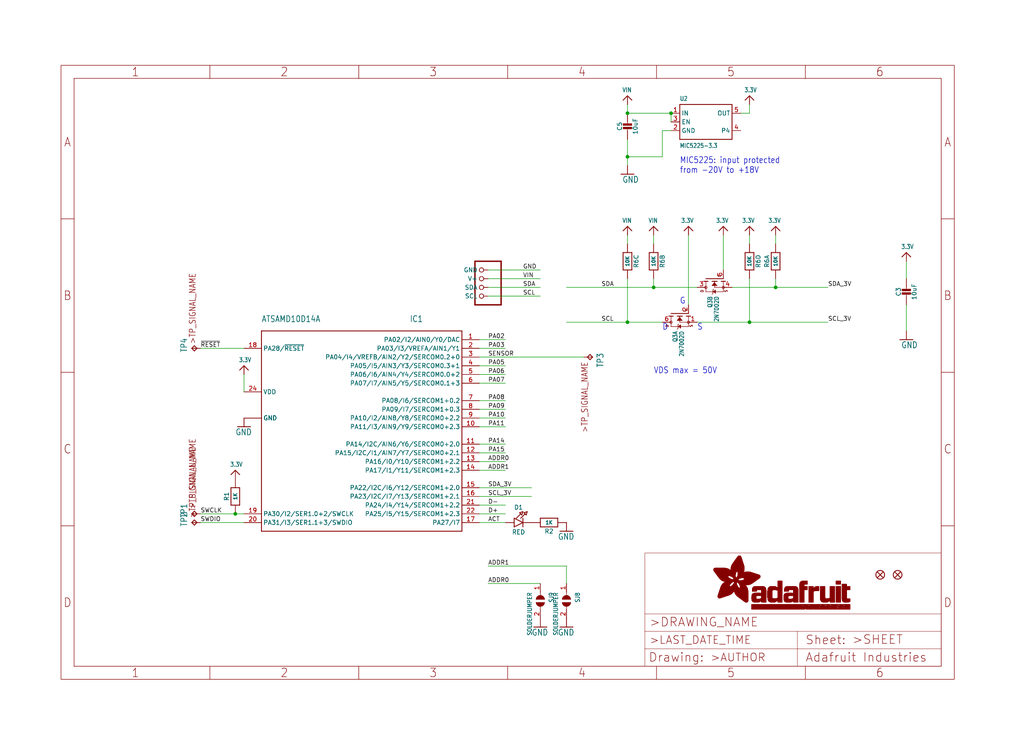
<source format=kicad_sch>
(kicad_sch (version 20211123) (generator eeschema)
  (paper "User" 298.45 217.881)
  (lib_symbols
    (symbol "schematicEagle-eagle-import:3.3V" (power)
      (property "Value" "3.3V" (at -1.524 1.016 0))
      (symbol "3.3V_1_0"
        (pin power_in line (at 0 -2.54 90) (length 2.54) (name "3.3V") (number "1"))
      )
    )
    (symbol "schematicEagle-eagle-import:ATSAMD10D14A"
      (property "Value" "ATSAMD10D14A" (at -27.94 30.48 0))
      (symbol "ATSAMD10D14A_1_0"
        (pin bidirectional line (at 35.56 25.4 180) (length 5.08) (name "PA02/I2/AIN0/Y0/DAC") (number "1"))
        (pin bidirectional line (at 35.56 0 180) (length 5.08) (name "PA11/I3/AIN9/Y9/SERCOM0+2.3") (number "10"))
        (pin bidirectional line (at 35.56 -5.08 180) (length 5.08) (name "PA14/I2C/AIN6/Y6/SERCOM0+2.0") (number "11"))
        (pin bidirectional line (at 35.56 -7.62 180) (length 5.08) (name "PA15/I2C/I1/AIN7/Y7/SERCOM0+2.1") (number "12"))
        (pin bidirectional line (at 35.56 -10.16 180) (length 5.08) (name "PA16/I0/Y10/SERCOM1+2.2") (number "13"))
        (pin bidirectional line (at 35.56 -12.7 180) (length 5.08) (name "PA17/I1/Y11/SERCOM1+2.3") (number "14"))
        (pin bidirectional line (at 35.56 -17.78 180) (length 5.08) (name "PA22/I2C/I6/Y12/SERCOM1+2.0") (number "15"))
        (pin bidirectional line (at 35.56 -20.32 180) (length 5.08) (name "PA23/I2C/I7/Y13/SERCOM1+2.1") (number "16"))
        (pin bidirectional line (at 35.56 -27.94 180) (length 5.08) (name "PA27/I7") (number "17"))
        (pin bidirectional line (at -33.02 22.86 0) (length 5.08) (name "PA28/~{RESET}") (number "18"))
        (pin bidirectional line (at -33.02 -25.4 0) (length 5.08) (name "PA30/I2/SER1.0+2/SWCLK") (number "19"))
        (pin bidirectional line (at 35.56 22.86 180) (length 5.08) (name "PA03/I3/VREFA/AIN1/Y1") (number "2"))
        (pin bidirectional line (at -33.02 -27.94 0) (length 5.08) (name "PA31/I3/SER1.1+3/SWDIO") (number "20"))
        (pin bidirectional line (at 35.56 -22.86 180) (length 5.08) (name "PA24/I4/Y14/SERCOM1+2.2") (number "21"))
        (pin bidirectional line (at 35.56 -25.4 180) (length 5.08) (name "PA25/I5/Y15/SERCOM1+2.3") (number "22"))
        (pin power_in line (at -33.02 2.54 0) (length 5.08) (name "GND") (number "23"))
        (pin power_in line (at -33.02 10.16 0) (length 5.08) (name "VDD") (number "24"))
        (pin bidirectional line (at 35.56 20.32 180) (length 5.08) (name "PA04/I4/VREFB/AIN2/Y2/SERCOM0.2+0") (number "3"))
        (pin bidirectional line (at 35.56 17.78 180) (length 5.08) (name "PA05/I5/AIN3/Y3/SERCOM0.3+1") (number "4"))
        (pin bidirectional line (at 35.56 15.24 180) (length 5.08) (name "PA06/I6/AIN4/Y4/SERCOM0.0+2") (number "5"))
        (pin bidirectional line (at 35.56 12.7 180) (length 5.08) (name "PA07/I7/AIN5/Y5/SERCOM0.1+3") (number "6"))
        (pin bidirectional line (at 35.56 7.62 180) (length 5.08) (name "PA08/I6/SERCOM1+0.2") (number "7"))
        (pin bidirectional line (at 35.56 5.08 180) (length 5.08) (name "PA09/I7/SERCOM1+0.3") (number "8"))
        (pin bidirectional line (at 35.56 2.54 180) (length 5.08) (name "PA10/I2/AIN8/Y8/SERCOM0+2.2") (number "9"))
        (pin power_in line (at -33.02 2.54 0) (length 5.08) (name "GND") (number "THERM"))
      )
    )
    (symbol "schematicEagle-eagle-import:CAP_CERAMIC0805-NOOUTLINE"
      (property "Reference" "C" (at -2.29 1.25 90))
      (property "Value" "CAP_CERAMIC0805-NOOUTLINE" (at 2.3 1.25 90))
      (symbol "CAP_CERAMIC0805-NOOUTLINE_1_0"
        (pin passive line (at 0 5.08 270) (length 2.54) (name "1") (number "1"))
        (pin passive line (at 0 -2.54 90) (length 2.54) (name "2") (number "2"))
      )
    )
    (symbol "schematicEagle-eagle-import:FIDUCIAL_1MM")
    (symbol "schematicEagle-eagle-import:FRAME_A4_ADAFRUIT"
      (symbol "FRAME_A4_ADAFRUIT_0_0"
        (text "1" (at 21.6958 1.905 0) (effects (font (size 2.54 2.286))))
        (text "1" (at 21.6958 177.165 0) (effects (font (size 2.54 2.286))))
        (text "2" (at 65.0875 1.905 0) (effects (font (size 2.54 2.286))))
        (text "2" (at 65.0875 177.165 0) (effects (font (size 2.54 2.286))))
        (text "3" (at 108.4792 1.905 0) (effects (font (size 2.54 2.286))))
        (text "3" (at 108.4792 177.165 0) (effects (font (size 2.54 2.286))))
        (text "4" (at 151.8708 1.905 0) (effects (font (size 2.54 2.286))))
        (text "4" (at 151.8708 177.165 0) (effects (font (size 2.54 2.286))))
        (text "5" (at 195.2625 1.905 0) (effects (font (size 2.54 2.286))))
        (text "5" (at 195.2625 177.165 0) (effects (font (size 2.54 2.286))))
        (text "6" (at 238.6542 1.905 0) (effects (font (size 2.54 2.286))))
        (text "6" (at 238.6542 177.165 0) (effects (font (size 2.54 2.286))))
        (text "A" (at 1.905 156.6863 0) (effects (font (size 2.54 2.286))))
        (text "A" (at 258.445 156.6863 0) (effects (font (size 2.54 2.286))))
        (text "B" (at 1.905 111.9188 0) (effects (font (size 2.54 2.286))))
        (text "B" (at 258.445 111.9188 0) (effects (font (size 2.54 2.286))))
        (text "C" (at 1.905 67.1513 0) (effects (font (size 2.54 2.286))))
        (text "C" (at 258.445 67.1513 0) (effects (font (size 2.54 2.286))))
        (text "D" (at 1.905 22.3838 0) (effects (font (size 2.54 2.286))))
        (text "D" (at 258.445 22.3838 0) (effects (font (size 2.54 2.286))))
      )
      (symbol "FRAME_A4_ADAFRUIT_1_0"
        (text ">AUTHOR" (at 189.23 5.08 0) (effects (font (size 2.286 2.286)) (justify left bottom)))
        (text ">DRAWING_NAME" (at 171.45 15.24 0) (effects (font (size 2.54 2.54)) (justify left bottom)))
        (text ">LAST_DATE_TIME" (at 171.45 10.16 0) (effects (font (size 2.286 2.286)) (justify left bottom)))
        (text ">SHEET" (at 230.505 10.16 0) (effects (font (size 2.54 2.54)) (justify left bottom)))
        (text "Adafruit Industries" (at 216.916 4.953 0) (effects (font (size 2.54 2.54)) (justify left bottom)))
        (text "Drawing:" (at 171.196 4.953 0) (effects (font (size 2.54 2.54)) (justify left bottom)))
        (text "Sheet:" (at 216.916 10.033 0) (effects (font (size 2.54 2.54)) (justify left bottom)))
      )
    )
    (symbol "schematicEagle-eagle-import:GND" (power)
      (property "Value" "GND" (at -2.54 -2.54 0))
      (symbol "GND_1_0"
        (pin power_in line (at 0 2.54 270) (length 2.54) (name "GND") (number "1"))
      )
    )
    (symbol "schematicEagle-eagle-import:LED0805_NOOUTLINE"
      (property "Reference" "D" (at -1.27 4.445 0))
      (property "Value" "LED0805_NOOUTLINE" (at -1.27 -2.794 0))
      (symbol "LED0805_NOOUTLINE_1_0"
        (pin passive line (at -5.08 0 0) (length 2.54) (name "A") (number "A"))
        (pin passive line (at 2.54 0 180) (length 2.54) (name "C") (number "C"))
      )
    )
    (symbol "schematicEagle-eagle-import:MOSFET-N_DUAL"
      (property "Reference" "Q" (at 5.08 0.635 0))
      (property "Value" "MOSFET-N_DUAL" (at 5.08 -1.27 0))
      (symbol "MOSFET-N_DUAL_1_0"
        (text "D" (at 3.175 3.175 0) (effects (font (size 0.8128 0.6908)) (justify left bottom)))
        (text "G" (at -1.27 -1.905 0) (effects (font (size 0.8128 0.6908)) (justify left bottom)))
        (text "S" (at 3.175 -3.81 0) (effects (font (size 0.8128 0.6908)) (justify left bottom)))
        (pin bidirectional line (at 2.54 -5.08 90) (length 2.54) (name "S") (number "1"))
        (pin bidirectional line (at -2.54 -2.54 0) (length 2.54) (name "G") (number "2"))
        (pin bidirectional line (at 2.54 5.08 270) (length 2.54) (name "D") (number "6"))
      )
      (symbol "MOSFET-N_DUAL_2_0"
        (text "D" (at 3.175 3.175 0) (effects (font (size 0.8128 0.6908)) (justify left bottom)))
        (text "G" (at -1.27 -1.905 0) (effects (font (size 0.8128 0.6908)) (justify left bottom)))
        (text "S" (at 3.175 -3.81 0) (effects (font (size 0.8128 0.6908)) (justify left bottom)))
        (pin bidirectional line (at 2.54 5.08 270) (length 2.54) (name "D") (number "3"))
        (pin bidirectional line (at 2.54 -5.08 90) (length 2.54) (name "S") (number "4"))
        (pin bidirectional line (at -2.54 -2.54 0) (length 2.54) (name "G") (number "5"))
      )
    )
    (symbol "schematicEagle-eagle-import:RESISTOR_0603_NOOUT"
      (property "Reference" "R" (at 0 2.54 0))
      (property "Value" "RESISTOR_0603_NOOUT" (at 0 0 0))
      (symbol "RESISTOR_0603_NOOUT_1_0"
        (pin passive line (at -5.08 0 0) (length 2.54) (name "1") (number "1"))
        (pin passive line (at 5.08 0 180) (length 2.54) (name "2") (number "2"))
      )
    )
    (symbol "schematicEagle-eagle-import:RESISTOR_4PACK"
      (property "Reference" "R" (at 0 2.54 0))
      (property "Value" "RESISTOR_4PACK" (at 0 0 0))
      (symbol "RESISTOR_4PACK_1_0"
        (pin passive line (at -5.08 0 0) (length 2.54) (name "1") (number "1"))
        (pin passive line (at 5.08 0 180) (length 2.54) (name "2") (number "8"))
      )
      (symbol "RESISTOR_4PACK_2_0"
        (pin passive line (at -5.08 0 0) (length 2.54) (name "1") (number "2"))
        (pin passive line (at 5.08 0 180) (length 2.54) (name "2") (number "7"))
      )
      (symbol "RESISTOR_4PACK_3_0"
        (pin passive line (at -5.08 0 0) (length 2.54) (name "1") (number "3"))
        (pin passive line (at 5.08 0 180) (length 2.54) (name "2") (number "6"))
      )
      (symbol "RESISTOR_4PACK_4_0"
        (pin passive line (at -5.08 0 0) (length 2.54) (name "1") (number "4"))
        (pin passive line (at 5.08 0 180) (length 2.54) (name "2") (number "5"))
      )
    )
    (symbol "schematicEagle-eagle-import:SOLDERJUMPER"
      (property "Reference" "SJ" (at -2.54 2.54 0))
      (property "Value" "SOLDERJUMPER" (at -2.54 -3.81 0))
      (symbol "SOLDERJUMPER_1_0"
        (pin passive line (at -5.08 0 0) (length 2.54) (name "1") (number "1"))
        (pin passive line (at 5.08 0 180) (length 2.54) (name "2") (number "2"))
      )
    )
    (symbol "schematicEagle-eagle-import:STEMMA_I2C_RASMT"
      (symbol "STEMMA_I2C_RASMT_1_0"
        (pin passive inverted (at 0 5.08 0) (length 2.54) (name "GND") (number "1"))
        (pin passive inverted (at 0 2.54 0) (length 2.54) (name "V+") (number "2"))
        (pin passive inverted (at 0 0 0) (length 2.54) (name "SDA") (number "3"))
        (pin passive inverted (at 0 -2.54 0) (length 2.54) (name "SCL") (number "4"))
      )
      (symbol "STEMMA_I2C_RASMT_2_0"
        (pin bidirectional line (at 0 0 0) (length 5.08) (name "MT") (number "NC1"))
      )
      (symbol "STEMMA_I2C_RASMT_3_0"
        (pin bidirectional line (at 0 0 0) (length 5.08) (name "MT") (number "NC2"))
      )
    )
    (symbol "schematicEagle-eagle-import:TPTP10R"
      (property "Reference" "TP" (at -1.27 1.27 0))
      (symbol "TPTP10R_1_0"
        (text ">TP_SIGNAL_NAME" (at 1.27 -1.27 0) (effects (font (size 1.778 1.5113)) (justify left bottom)))
        (pin input line (at 0 -2.54 90) (length 2.54) (name "TP") (number "TP"))
      )
    )
    (symbol "schematicEagle-eagle-import:TPTP15R"
      (property "Reference" "TP" (at -1.27 1.27 0))
      (symbol "TPTP15R_1_0"
        (text ">TP_SIGNAL_NAME" (at 1.27 -1.27 0) (effects (font (size 1.778 1.5113)) (justify left bottom)))
        (pin input line (at 0 -2.54 90) (length 2.54) (name "TP") (number "TP"))
      )
    )
    (symbol "schematicEagle-eagle-import:VIN" (power)
      (property "Value" "VIN" (at -1.524 1.016 0))
      (symbol "VIN_1_0"
        (pin power_in line (at 0 -2.54 90) (length 2.54) (name "VIN") (number "1"))
      )
    )
    (symbol "schematicEagle-eagle-import:VREG_SOT23-5"
      (property "Reference" "U" (at -7.62 6.096 0))
      (property "Value" "VREG_SOT23-5" (at -7.62 -7.62 0))
      (symbol "VREG_SOT23-5_1_0"
        (pin power_in line (at -10.16 2.54 0) (length 2.54) (name "IN") (number "1"))
        (pin power_in line (at -10.16 -2.54 0) (length 2.54) (name "GND") (number "2"))
        (pin input line (at -10.16 0 0) (length 2.54) (name "EN") (number "3"))
        (pin bidirectional line (at 10.16 -2.54 180) (length 2.54) (name "P4") (number "4"))
        (pin power_in line (at 10.16 2.54 180) (length 2.54) (name "OUT") (number "5"))
      )
    )
  )
  (junction (at 190.5 83.82))
  (junction (at 68.58 149.86))
  (junction (at 182.88 45.72))
  (junction (at 182.88 33.02))
  (junction (at 218.44 93.98))
  (junction (at 226.06 83.82))
  (junction (at 182.88 93.98))
  (junction (at 195.58 33.02))
  (wire (pts (xy 139.7 144.78) (xy 154.94 144.78)))
  (wire (pts (xy 139.7 121.92) (xy 147.32 121.92)))
  (wire (pts (xy 147.32 137.16) (xy 139.7 137.16)))
  (wire (pts (xy 190.5 71.12) (xy 190.5 68.58)))
  (wire (pts (xy 203.2 93.98) (xy 218.44 93.98)))
  (wire (pts (xy 215.9 33.02) (xy 218.44 33.02)))
  (wire (pts (xy 190.5 81.28) (xy 190.5 83.82)))
  (wire (pts (xy 147.32 119.38) (xy 139.7 119.38)))
  (wire (pts (xy 226.06 71.12) (xy 226.06 68.58)))
  (wire (pts (xy 182.88 68.58) (xy 182.88 71.12)))
  (wire (pts (xy 139.7 134.62) (xy 147.32 134.62)))
  (wire (pts (xy 218.44 93.98) (xy 241.3 93.98)))
  (wire (pts (xy 58.42 149.86) (xy 68.58 149.86)))
  (wire (pts (xy 142.24 165.1) (xy 165.1 165.1)))
  (wire (pts (xy 147.32 149.86) (xy 139.7 149.86)))
  (wire (pts (xy 182.88 45.72) (xy 182.88 40.64)))
  (wire (pts (xy 182.88 93.98) (xy 165.1 93.98)))
  (wire (pts (xy 71.12 109.22) (xy 71.12 114.3)))
  (wire (pts (xy 213.36 83.82) (xy 226.06 83.82)))
  (wire (pts (xy 71.12 152.4) (xy 58.42 152.4)))
  (wire (pts (xy 139.7 116.84) (xy 147.32 116.84)))
  (wire (pts (xy 218.44 81.28) (xy 218.44 93.98)))
  (wire (pts (xy 147.32 101.6) (xy 139.7 101.6)))
  (wire (pts (xy 139.7 142.24) (xy 154.94 142.24)))
  (wire (pts (xy 147.32 111.76) (xy 139.7 111.76)))
  (wire (pts (xy 142.24 83.82) (xy 157.48 83.82)))
  (wire (pts (xy 218.44 71.12) (xy 218.44 68.58)))
  (wire (pts (xy 195.58 33.02) (xy 182.88 33.02)))
  (wire (pts (xy 203.2 83.82) (xy 190.5 83.82)))
  (wire (pts (xy 71.12 101.6) (xy 58.42 101.6)))
  (wire (pts (xy 182.88 81.28) (xy 182.88 93.98)))
  (wire (pts (xy 190.5 83.82) (xy 165.1 83.82)))
  (wire (pts (xy 142.24 86.36) (xy 157.48 86.36)))
  (wire (pts (xy 142.24 170.18) (xy 157.48 170.18)))
  (wire (pts (xy 226.06 81.28) (xy 226.06 83.82)))
  (wire (pts (xy 193.04 45.72) (xy 182.88 45.72)))
  (wire (pts (xy 157.48 81.28) (xy 142.24 81.28)))
  (wire (pts (xy 264.16 81.28) (xy 264.16 76.2)))
  (wire (pts (xy 195.58 38.1) (xy 193.04 38.1)))
  (wire (pts (xy 139.7 104.14) (xy 170.18 104.14)))
  (wire (pts (xy 226.06 83.82) (xy 241.3 83.82)))
  (wire (pts (xy 200.66 88.9) (xy 200.66 68.58)))
  (wire (pts (xy 210.82 78.74) (xy 210.82 68.58)))
  (wire (pts (xy 218.44 33.02) (xy 218.44 30.48)))
  (wire (pts (xy 182.88 45.72) (xy 182.88 48.26)))
  (wire (pts (xy 165.1 165.1) (xy 165.1 170.18)))
  (wire (pts (xy 264.16 96.52) (xy 264.16 88.9)))
  (wire (pts (xy 139.7 152.4) (xy 147.32 152.4)))
  (wire (pts (xy 139.7 129.54) (xy 147.32 129.54)))
  (wire (pts (xy 147.32 124.46) (xy 139.7 124.46)))
  (wire (pts (xy 139.7 99.06) (xy 147.32 99.06)))
  (wire (pts (xy 193.04 38.1) (xy 193.04 45.72)))
  (wire (pts (xy 142.24 78.74) (xy 157.48 78.74)))
  (wire (pts (xy 195.58 35.56) (xy 195.58 33.02)))
  (wire (pts (xy 147.32 106.68) (xy 139.7 106.68)))
  (wire (pts (xy 193.04 93.98) (xy 182.88 93.98)))
  (wire (pts (xy 147.32 132.08) (xy 139.7 132.08)))
  (wire (pts (xy 68.58 149.86) (xy 71.12 149.86)))
  (wire (pts (xy 139.7 147.32) (xy 147.32 147.32)))
  (wire (pts (xy 182.88 30.48) (xy 182.88 33.02)))
  (wire (pts (xy 139.7 109.22) (xy 147.32 109.22)))
  (text "MIC5225: input protected\nfrom -20V to +18V" (at 198.12 50.8 180) (effects (font (size 1.778 1.5113)) (justify left bottom)))
  (text "S" (at 203.2 96.52 180) (effects (font (size 1.778 1.5113)) (justify left bottom)))
  (text "D" (at 193.04 96.52 180) (effects (font (size 1.778 1.5113)) (justify left bottom)))
  (text "VDS max = 50V" (at 190.5 109.22 180) (effects (font (size 1.778 1.5113)) (justify left bottom)))
  (text "G" (at 198.12 88.9 180) (effects (font (size 1.778 1.5113)) (justify left bottom)))
  (label "PA02" (at 142.24 99.06 0) (effects (font (size 1.2446 1.2446))))
  (label "ADDR0" (at 142.24 170.18 0) (effects (font (size 1.2446 1.2446))))
  (label "SCL_3V" (at 241.3 93.98 0) (effects (font (size 1.2446 1.2446))))
  (label "D-" (at 142.24 147.32 0) (effects (font (size 1.2446 1.2446))))
  (label "ACT" (at 142.24 152.4 0) (effects (font (size 1.2446 1.2446))))
  (label "SCL" (at 152.4 86.36 0) (effects (font (size 1.2446 1.2446))))
  (label "ADDR0" (at 142.24 134.62 0) (effects (font (size 1.2446 1.2446))))
  (label "SDA" (at 175.26 83.82 0) (effects (font (size 1.2446 1.2446))))
  (label "D+" (at 142.24 149.86 0) (effects (font (size 1.2446 1.2446))))
  (label "PA08" (at 142.24 116.84 0) (effects (font (size 1.2446 1.2446))))
  (label "PA15" (at 142.24 132.08 0) (effects (font (size 1.2446 1.2446))))
  (label "SDA" (at 152.4 83.82 0) (effects (font (size 1.2446 1.2446))))
  (label "SCL" (at 175.26 93.98 0) (effects (font (size 1.2446 1.2446))))
  (label "PA10" (at 142.24 121.92 0) (effects (font (size 1.2446 1.2446))))
  (label "SDA_3V" (at 241.3 83.82 0) (effects (font (size 1.2446 1.2446))))
  (label "PA05" (at 142.24 106.68 0) (effects (font (size 1.2446 1.2446))))
  (label "PA03" (at 142.24 101.6 0) (effects (font (size 1.2446 1.2446))))
  (label "~{RESET}" (at 58.42 101.6 0) (effects (font (size 1.2446 1.2446))))
  (label "PA09" (at 142.24 119.38 0) (effects (font (size 1.2446 1.2446))))
  (label "SDA_3V" (at 142.24 142.24 0) (effects (font (size 1.2446 1.2446))))
  (label "PA06" (at 142.24 109.22 0) (effects (font (size 1.2446 1.2446))))
  (label "PA11" (at 142.24 124.46 0) (effects (font (size 1.2446 1.2446))))
  (label "PA14" (at 142.24 129.54 0) (effects (font (size 1.2446 1.2446))))
  (label "VIN" (at 152.4 81.28 0) (effects (font (size 1.2446 1.2446))))
  (label "ADDR1" (at 142.24 137.16 0) (effects (font (size 1.2446 1.2446))))
  (label "SWCLK" (at 58.42 149.86 0) (effects (font (size 1.2446 1.2446))))
  (label "SCL_3V" (at 142.24 144.78 0) (effects (font (size 1.2446 1.2446))))
  (label "SENSOR" (at 142.24 104.14 0) (effects (font (size 1.2446 1.2446))))
  (label "ADDR1" (at 142.24 165.1 0) (effects (font (size 1.2446 1.2446))))
  (label "SWDIO" (at 58.42 152.4 0) (effects (font (size 1.2446 1.2446))))
  (label "PA07" (at 142.24 111.76 0) (effects (font (size 1.2446 1.2446))))
  (label "GND" (at 152.4 78.74 0) (effects (font (size 1.2446 1.2446))))
  (symbol (lib_id "schematicEagle-eagle-import:SOLDERJUMPER") (at 165.1 175.26 270) (unit 1)
    (property "Reference" "SJ8" (at 167.64 172.72 0) (effects (font (size 1.27 1.0795)) (justify left bottom)))
    (property "Value" "SOLDERJUMPER" (at 161.29 172.72 0) (effects (font (size 1.27 1.0795)) (justify left bottom)))
    (property "Footprint" "schematicEagle:SOLDERJUMPER_ARROW_NOPASTE" (effects hide))
  )
  (symbol (lib_id "schematicEagle-eagle-import:3.3V") (at 264.16 73.66 0) (unit 1)
    (property "Reference" "#U$18" (effects hide))
    (property "Value" "3.3V" (at 262.636 72.644 0) (effects (font (size 1.27 1.0795)) (justify left bottom)))
    (property "Footprint" "schematicEagle:" (effects hide))
  )
  (symbol (lib_id "schematicEagle-eagle-import:3.3V") (at 226.06 66.04 0) (mirror y) (unit 1)
    (property "Reference" "#U$15" (effects hide))
    (property "Value" "3.3V" (at 227.584 65.024 0) (effects (font (size 1.27 1.0795)) (justify left bottom)))
    (property "Footprint" "schematicEagle:" (effects hide))
  )
  (symbol (lib_id "schematicEagle-eagle-import:TPTP15R") (at 55.88 101.6 90) (unit 1)
    (property "Reference" "TP4" (at 54.61 102.87 0) (effects (font (size 1.778 1.5113)) (justify left bottom)))
    (property "Value" "TPTP15R" (effects hide))
    (property "Footprint" "schematicEagle:TP15R" (effects hide))
  )
  (symbol (lib_id "schematicEagle-eagle-import:VIN") (at 190.5 66.04 0) (unit 1)
    (property "Reference" "#U$22" (effects hide))
    (property "Value" "VIN" (at 188.976 65.024 0) (effects (font (size 1.27 1.0795)) (justify left bottom)))
    (property "Footprint" "schematicEagle:" (effects hide))
  )
  (symbol (lib_id "schematicEagle-eagle-import:3.3V") (at 200.66 66.04 0) (mirror y) (unit 1)
    (property "Reference" "#U$20" (effects hide))
    (property "Value" "3.3V" (at 202.184 65.024 0) (effects (font (size 1.27 1.0795)) (justify left bottom)))
    (property "Footprint" "schematicEagle:" (effects hide))
  )
  (symbol (lib_id "schematicEagle-eagle-import:3.3V") (at 210.82 66.04 0) (mirror y) (unit 1)
    (property "Reference" "#U$21" (effects hide))
    (property "Value" "3.3V" (at 212.344 65.024 0) (effects (font (size 1.27 1.0795)) (justify left bottom)))
    (property "Footprint" "schematicEagle:" (effects hide))
  )
  (symbol (lib_id "schematicEagle-eagle-import:TPTP15R") (at 55.88 152.4 90) (unit 1)
    (property "Reference" "TP2" (at 54.61 153.67 0) (effects (font (size 1.778 1.5113)) (justify left bottom)))
    (property "Value" "TPTP15R" (effects hide))
    (property "Footprint" "schematicEagle:TP15R" (effects hide))
  )
  (symbol (lib_id "schematicEagle-eagle-import:FRAME_A4_ADAFRUIT") (at 17.78 198.12 0) (unit 1)
    (property "Reference" "#U$1" (effects hide))
    (property "Value" "FRAME_A4_ADAFRUIT" (effects hide))
    (property "Footprint" "schematicEagle:" (effects hide))
  )
  (symbol (lib_id "schematicEagle-eagle-import:GND") (at 264.16 99.06 0) (unit 1)
    (property "Reference" "#U$13" (effects hide))
    (property "Value" "GND" (at 262.636 101.6 0) (effects (font (size 1.778 1.5113)) (justify left bottom)))
    (property "Footprint" "schematicEagle:" (effects hide))
  )
  (symbol (lib_id "schematicEagle-eagle-import:GND") (at 182.88 50.8 0) (unit 1)
    (property "Reference" "#U$14" (effects hide))
    (property "Value" "GND" (at 181.356 53.34 0) (effects (font (size 1.778 1.5113)) (justify left bottom)))
    (property "Footprint" "schematicEagle:" (effects hide))
  )
  (symbol (lib_id "schematicEagle-eagle-import:FIDUCIAL_1MM") (at 256.54 167.64 0) (unit 1)
    (property "Reference" "FID1" (effects hide))
    (property "Value" "FIDUCIAL_1MM" (effects hide))
    (property "Footprint" "schematicEagle:FIDUCIAL_1MM" (effects hide))
  )
  (symbol (lib_id "schematicEagle-eagle-import:3.3V") (at 68.58 137.16 0) (unit 1)
    (property "Reference" "#U$8" (effects hide))
    (property "Value" "3.3V" (at 67.056 136.144 0) (effects (font (size 1.27 1.0795)) (justify left bottom)))
    (property "Footprint" "schematicEagle:" (effects hide))
  )
  (symbol (lib_id "schematicEagle-eagle-import:VREG_SOT23-5") (at 205.74 35.56 0) (unit 1)
    (property "Reference" "U2" (at 198.12 29.464 0) (effects (font (size 1.27 1.0795)) (justify left bottom)))
    (property "Value" "MIC5225-3.3" (at 198.12 43.18 0) (effects (font (size 1.27 1.0795)) (justify left bottom)))
    (property "Footprint" "schematicEagle:SOT23-5" (effects hide))
  )
  (symbol (lib_id "schematicEagle-eagle-import:STEMMA_I2C_RASMT") (at 142.24 83.82 0) (mirror y) (unit 1)
    (property "Reference" "X1" (effects hide))
    (property "Value" "STEMMA_I2C_RASMT" (effects hide))
    (property "Footprint" "schematicEagle:JSTPH4" (effects hide))
  )
  (symbol (lib_id "schematicEagle-eagle-import:CAP_CERAMIC0805-NOOUTLINE") (at 264.16 86.36 0) (unit 1)
    (property "Reference" "C3" (at 261.87 85.11 90))
    (property "Value" "10uF" (at 266.46 85.11 90))
    (property "Footprint" "schematicEagle:0805-NO" (effects hide))
  )
  (symbol (lib_id "schematicEagle-eagle-import:TPTP15R") (at 55.88 149.86 90) (unit 1)
    (property "Reference" "TP1" (at 54.61 151.13 0) (effects (font (size 1.778 1.5113)) (justify left bottom)))
    (property "Value" "TPTP15R" (effects hide))
    (property "Footprint" "schematicEagle:TP15R" (effects hide))
  )
  (symbol (lib_id "schematicEagle-eagle-import:GND") (at 165.1 154.94 0) (unit 1)
    (property "Reference" "#GND10" (effects hide))
    (property "Value" "GND" (at 162.56 157.48 0) (effects (font (size 1.778 1.5113)) (justify left bottom)))
    (property "Footprint" "schematicEagle:" (effects hide))
  )
  (symbol (lib_id "schematicEagle-eagle-import:RESISTOR_0603_NOOUT") (at 160.02 152.4 180) (unit 1)
    (property "Reference" "R2" (at 160.02 154.94 0))
    (property "Value" "1K" (at 160.02 152.4 0) (effects (font (size 1.016 1.016) bold)))
    (property "Footprint" "schematicEagle:0603-NO" (effects hide))
  )
  (symbol (lib_id "schematicEagle-eagle-import:MOSFET-N_DUAL") (at 208.28 81.28 90) (mirror x) (unit 2)
    (property "Reference" "Q3" (at 207.645 86.36 0) (effects (font (size 1.27 1.0795)) (justify left bottom)))
    (property "Value" "2N7002D" (at 209.55 86.36 0) (effects (font (size 1.27 1.0795)) (justify left bottom)))
    (property "Footprint" "schematicEagle:SOT363" (effects hide))
  )
  (symbol (lib_id "schematicEagle-eagle-import:GND") (at 165.1 182.88 0) (unit 1)
    (property "Reference" "#GND6" (effects hide))
    (property "Value" "GND" (at 162.56 185.42 0) (effects (font (size 1.778 1.5113)) (justify left bottom)))
    (property "Footprint" "schematicEagle:" (effects hide))
  )
  (symbol (lib_id "schematicEagle-eagle-import:MOSFET-N_DUAL") (at 198.12 91.44 90) (mirror x) (unit 1)
    (property "Reference" "Q3" (at 197.485 96.52 0) (effects (font (size 1.27 1.0795)) (justify left bottom)))
    (property "Value" "2N7002D" (at 199.39 96.52 0) (effects (font (size 1.27 1.0795)) (justify left bottom)))
    (property "Footprint" "schematicEagle:SOT363" (effects hide))
  )
  (symbol (lib_id "schematicEagle-eagle-import:LED0805_NOOUTLINE") (at 152.4 152.4 0) (unit 1)
    (property "Reference" "D1" (at 151.13 147.955 0))
    (property "Value" "RED" (at 151.13 155.194 0))
    (property "Footprint" "schematicEagle:CHIPLED_0805_NOOUTLINE" (effects hide))
  )
  (symbol (lib_id "schematicEagle-eagle-import:3.3V") (at 218.44 27.94 0) (unit 1)
    (property "Reference" "#U$17" (effects hide))
    (property "Value" "3.3V" (at 216.916 26.924 0) (effects (font (size 1.27 1.0795)) (justify left bottom)))
    (property "Footprint" "schematicEagle:" (effects hide))
  )
  (symbol (lib_id "schematicEagle-eagle-import:TPTP10R") (at 172.72 104.14 270) (unit 1)
    (property "Reference" "TP3" (at 173.99 102.87 0) (effects (font (size 1.778 1.5113)) (justify left bottom)))
    (property "Value" "TPTP10R" (effects hide))
    (property "Footprint" "schematicEagle:TP10R" (effects hide))
  )
  (symbol (lib_id "schematicEagle-eagle-import:3.3V") (at 71.12 106.68 0) (unit 1)
    (property "Reference" "#U$3" (effects hide))
    (property "Value" "3.3V" (at 69.596 105.664 0) (effects (font (size 1.27 1.0795)) (justify left bottom)))
    (property "Footprint" "schematicEagle:" (effects hide))
  )
  (symbol (lib_id "schematicEagle-eagle-import:RESISTOR_4PACK") (at 182.88 76.2 270) (unit 3)
    (property "Reference" "R6" (at 185.42 76.2 0))
    (property "Value" "10K" (at 182.88 76.2 0) (effects (font (size 1.016 1.016) bold)))
    (property "Footprint" "schematicEagle:RESPACK_4X0603" (effects hide))
  )
  (symbol (lib_id "schematicEagle-eagle-import:CAP_CERAMIC0805-NOOUTLINE") (at 182.88 38.1 0) (unit 1)
    (property "Reference" "C5" (at 180.59 36.85 90))
    (property "Value" "10uF" (at 185.18 36.85 90))
    (property "Footprint" "schematicEagle:0805-NO" (effects hide))
  )
  (symbol (lib_id "schematicEagle-eagle-import:3.3V") (at 218.44 66.04 0) (mirror y) (unit 1)
    (property "Reference" "#U$16" (effects hide))
    (property "Value" "3.3V" (at 219.964 65.024 0) (effects (font (size 1.27 1.0795)) (justify left bottom)))
    (property "Footprint" "schematicEagle:" (effects hide))
  )
  (symbol (lib_id "schematicEagle-eagle-import:RESISTOR_4PACK") (at 218.44 76.2 270) (mirror x) (unit 4)
    (property "Reference" "R6" (at 220.98 76.2 0))
    (property "Value" "10K" (at 218.44 76.2 0) (effects (font (size 1.016 1.016) bold)))
    (property "Footprint" "schematicEagle:RESPACK_4X0603" (effects hide))
  )
  (symbol (lib_id "schematicEagle-eagle-import:ATSAMD10D14A") (at 104.14 124.46 0) (unit 1)
    (property "Reference" "IC1" (at 119.38 93.98 0) (effects (font (size 1.778 1.5113)) (justify left bottom)))
    (property "Value" "ATSAMD10D14A" (at 76.2 93.98 0) (effects (font (size 1.778 1.5113)) (justify left bottom)))
    (property "Footprint" "schematicEagle:QFN24_4MM" (effects hide))
  )
  (symbol (lib_id "schematicEagle-eagle-import:FIDUCIAL_1MM") (at 261.62 167.64 0) (unit 1)
    (property "Reference" "FID2" (effects hide))
    (property "Value" "FIDUCIAL_1MM" (effects hide))
    (property "Footprint" "schematicEagle:FIDUCIAL_1MM" (effects hide))
  )
  (symbol (lib_id "schematicEagle-eagle-import:RESISTOR_4PACK") (at 226.06 76.2 90) (mirror x) (unit 1)
    (property "Reference" "R6" (at 223.52 76.2 0))
    (property "Value" "10K" (at 226.06 76.2 0) (effects (font (size 1.016 1.016) bold)))
    (property "Footprint" "schematicEagle:RESPACK_4X0603" (effects hide))
  )
  (symbol (lib_id "schematicEagle-eagle-import:VIN") (at 182.88 66.04 0) (unit 1)
    (property "Reference" "#U$23" (effects hide))
    (property "Value" "VIN" (at 181.356 65.024 0) (effects (font (size 1.27 1.0795)) (justify left bottom)))
    (property "Footprint" "schematicEagle:" (effects hide))
  )
  (symbol (lib_id "schematicEagle-eagle-import:RESISTOR_0603_NOOUT") (at 68.58 144.78 90) (unit 1)
    (property "Reference" "R1" (at 66.04 144.78 0))
    (property "Value" "1K" (at 68.58 144.78 0) (effects (font (size 1.016 1.016) bold)))
    (property "Footprint" "schematicEagle:0603-NO" (effects hide))
  )
  (symbol (lib_id "schematicEagle-eagle-import:GND") (at 71.12 124.46 0) (unit 1)
    (property "Reference" "#GND1" (effects hide))
    (property "Value" "GND" (at 68.58 127 0) (effects (font (size 1.778 1.5113)) (justify left bottom)))
    (property "Footprint" "schematicEagle:" (effects hide))
  )
  (symbol (lib_id "schematicEagle-eagle-import:VIN") (at 182.88 27.94 0) (unit 1)
    (property "Reference" "#U$19" (effects hide))
    (property "Value" "VIN" (at 181.356 26.924 0) (effects (font (size 1.27 1.0795)) (justify left bottom)))
    (property "Footprint" "schematicEagle:" (effects hide))
  )
  (symbol (lib_id "schematicEagle-eagle-import:RESISTOR_4PACK") (at 190.5 76.2 270) (unit 2)
    (property "Reference" "R6" (at 193.04 76.2 0))
    (property "Value" "10K" (at 190.5 76.2 0) (effects (font (size 1.016 1.016) bold)))
    (property "Footprint" "schematicEagle:RESPACK_4X0603" (effects hide))
  )
  (symbol (lib_id "schematicEagle-eagle-import:GND") (at 157.48 182.88 0) (unit 1)
    (property "Reference" "#GND5" (effects hide))
    (property "Value" "GND" (at 154.94 185.42 0) (effects (font (size 1.778 1.5113)) (justify left bottom)))
    (property "Footprint" "schematicEagle:" (effects hide))
  )
  (symbol (lib_id "schematicEagle-eagle-import:SOLDERJUMPER") (at 157.48 175.26 270) (unit 1)
    (property "Reference" "SJ9" (at 160.02 172.72 0) (effects (font (size 1.27 1.0795)) (justify left bottom)))
    (property "Value" "SOLDERJUMPER" (at 153.67 172.72 0) (effects (font (size 1.27 1.0795)) (justify left bottom)))
    (property "Footprint" "schematicEagle:SOLDERJUMPER_ARROW_NOPASTE" (effects hide))
  )
)
</source>
